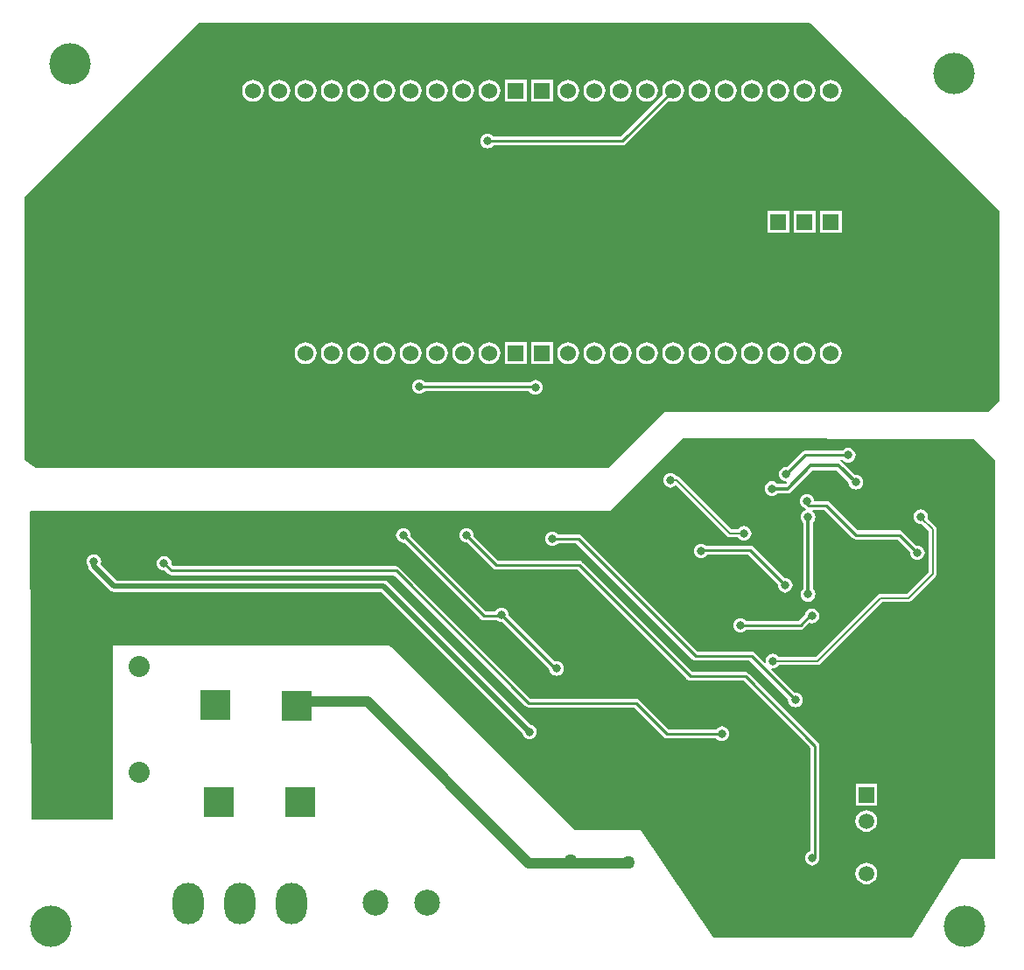
<source format=gbl>
G04*
G04 #@! TF.GenerationSoftware,Altium Limited,Altium Designer,18.0.12 (696)*
G04*
G04 Layer_Physical_Order=2*
G04 Layer_Color=16711680*
%FSLAX25Y25*%
%MOIN*%
G70*
G01*
G75*
%ADD11C,0.01000*%
%ADD46C,0.00600*%
%ADD47C,0.01181*%
%ADD48C,0.03937*%
%ADD49C,0.01968*%
%ADD50R,0.06000X0.06000*%
%ADD51C,0.06000*%
%ADD52R,0.11811X0.11811*%
%ADD53O,0.11811X0.15748*%
%ADD54C,0.09843*%
%ADD55C,0.08000*%
%ADD56C,0.05906*%
%ADD57R,0.05906X0.05906*%
%ADD58C,0.15748*%
%ADD59C,0.03150*%
%ADD60C,0.05000*%
G36*
X365200Y177400D02*
X365286Y156767D01*
Y105186D01*
X360900Y100800D01*
X237800D01*
X216400Y79400D01*
X-1700D01*
X-6100Y82400D01*
Y182800D01*
X60500Y249300D01*
X292800D01*
X365200Y177400D01*
D02*
G37*
G36*
X355400Y90700D02*
X363700Y82400D01*
Y-69500D01*
X350700D01*
X331900Y-99400D01*
X256400D01*
X228500Y-58500D01*
X203500D01*
X133012Y11988D01*
X27500D01*
X27500Y-49594D01*
X27500Y-54287D01*
X-3497D01*
X-3999Y62846D01*
X-3646Y63200D01*
X217400D01*
X244700Y90800D01*
X355400Y90700D01*
D02*
G37*
%LPC*%
G36*
X195181Y227481D02*
X186819D01*
Y219119D01*
X195181D01*
Y227481D01*
D02*
G37*
G36*
X185181D02*
X176819D01*
Y219119D01*
X185181D01*
Y227481D01*
D02*
G37*
G36*
X301000Y227517D02*
X299908Y227374D01*
X298891Y226952D01*
X298018Y226282D01*
X297348Y225409D01*
X296926Y224392D01*
X296783Y223300D01*
X296926Y222208D01*
X297348Y221191D01*
X298018Y220318D01*
X298891Y219648D01*
X299908Y219227D01*
X301000Y219083D01*
X302092Y219227D01*
X303109Y219648D01*
X303982Y220318D01*
X304652Y221191D01*
X305073Y222208D01*
X305217Y223300D01*
X305073Y224392D01*
X304652Y225409D01*
X303982Y226282D01*
X303109Y226952D01*
X302092Y227374D01*
X301000Y227517D01*
D02*
G37*
G36*
X291000D02*
X289909Y227374D01*
X288891Y226952D01*
X288018Y226282D01*
X287348Y225409D01*
X286927Y224392D01*
X286783Y223300D01*
X286927Y222208D01*
X287348Y221191D01*
X288018Y220318D01*
X288891Y219648D01*
X289909Y219227D01*
X291000Y219083D01*
X292091Y219227D01*
X293109Y219648D01*
X293982Y220318D01*
X294652Y221191D01*
X295074Y222208D01*
X295217Y223300D01*
X295074Y224392D01*
X294652Y225409D01*
X293982Y226282D01*
X293109Y226952D01*
X292091Y227374D01*
X291000Y227517D01*
D02*
G37*
G36*
X281000D02*
X279908Y227374D01*
X278891Y226952D01*
X278018Y226282D01*
X277348Y225409D01*
X276926Y224392D01*
X276783Y223300D01*
X276926Y222208D01*
X277348Y221191D01*
X278018Y220318D01*
X278891Y219648D01*
X279908Y219227D01*
X281000Y219083D01*
X282091Y219227D01*
X283109Y219648D01*
X283982Y220318D01*
X284652Y221191D01*
X285073Y222208D01*
X285217Y223300D01*
X285073Y224392D01*
X284652Y225409D01*
X283982Y226282D01*
X283109Y226952D01*
X282091Y227374D01*
X281000Y227517D01*
D02*
G37*
G36*
X271000D02*
X269908Y227374D01*
X268891Y226952D01*
X268018Y226282D01*
X267348Y225409D01*
X266927Y224392D01*
X266783Y223300D01*
X266927Y222208D01*
X267348Y221191D01*
X268018Y220318D01*
X268891Y219648D01*
X269908Y219227D01*
X271000Y219083D01*
X272092Y219227D01*
X273109Y219648D01*
X273982Y220318D01*
X274652Y221191D01*
X275074Y222208D01*
X275217Y223300D01*
X275074Y224392D01*
X274652Y225409D01*
X273982Y226282D01*
X273109Y226952D01*
X272092Y227374D01*
X271000Y227517D01*
D02*
G37*
G36*
X261000D02*
X259909Y227374D01*
X258891Y226952D01*
X258018Y226282D01*
X257348Y225409D01*
X256926Y224392D01*
X256783Y223300D01*
X256926Y222208D01*
X257348Y221191D01*
X258018Y220318D01*
X258891Y219648D01*
X259909Y219227D01*
X261000Y219083D01*
X262091Y219227D01*
X263109Y219648D01*
X263982Y220318D01*
X264652Y221191D01*
X265073Y222208D01*
X265217Y223300D01*
X265073Y224392D01*
X264652Y225409D01*
X263982Y226282D01*
X263109Y226952D01*
X262091Y227374D01*
X261000Y227517D01*
D02*
G37*
G36*
X251000D02*
X249908Y227374D01*
X248891Y226952D01*
X248018Y226282D01*
X247348Y225409D01*
X246926Y224392D01*
X246783Y223300D01*
X246926Y222208D01*
X247348Y221191D01*
X248018Y220318D01*
X248891Y219648D01*
X249908Y219227D01*
X251000Y219083D01*
X252092Y219227D01*
X253109Y219648D01*
X253982Y220318D01*
X254652Y221191D01*
X255073Y222208D01*
X255217Y223300D01*
X255073Y224392D01*
X254652Y225409D01*
X253982Y226282D01*
X253109Y226952D01*
X252092Y227374D01*
X251000Y227517D01*
D02*
G37*
G36*
X241000D02*
X239909Y227374D01*
X238891Y226952D01*
X238018Y226282D01*
X237348Y225409D01*
X236927Y224392D01*
X236783Y223300D01*
X236927Y222208D01*
X237061Y221885D01*
X220990Y205814D01*
X172459D01*
X172266Y206066D01*
X171690Y206507D01*
X171019Y206785D01*
X170300Y206880D01*
X169581Y206785D01*
X168910Y206507D01*
X168334Y206066D01*
X167893Y205490D01*
X167615Y204819D01*
X167520Y204100D01*
X167615Y203381D01*
X167893Y202710D01*
X168334Y202134D01*
X168910Y201693D01*
X169581Y201415D01*
X170300Y201320D01*
X171019Y201415D01*
X171690Y201693D01*
X172266Y202134D01*
X172459Y202386D01*
X221700D01*
X222356Y202516D01*
X222912Y202888D01*
X239443Y219419D01*
X239909Y219227D01*
X241000Y219083D01*
X242091Y219227D01*
X243109Y219648D01*
X243982Y220318D01*
X244652Y221191D01*
X245074Y222208D01*
X245217Y223300D01*
X245074Y224392D01*
X244652Y225409D01*
X243982Y226282D01*
X243109Y226952D01*
X242091Y227374D01*
X241000Y227517D01*
D02*
G37*
G36*
X231000D02*
X229908Y227374D01*
X228891Y226952D01*
X228018Y226282D01*
X227348Y225409D01*
X226926Y224392D01*
X226783Y223300D01*
X226926Y222208D01*
X227348Y221191D01*
X228018Y220318D01*
X228891Y219648D01*
X229908Y219227D01*
X231000Y219083D01*
X232091Y219227D01*
X233109Y219648D01*
X233982Y220318D01*
X234652Y221191D01*
X235073Y222208D01*
X235217Y223300D01*
X235073Y224392D01*
X234652Y225409D01*
X233982Y226282D01*
X233109Y226952D01*
X232091Y227374D01*
X231000Y227517D01*
D02*
G37*
G36*
X221000D02*
X219908Y227374D01*
X218891Y226952D01*
X218018Y226282D01*
X217348Y225409D01*
X216927Y224392D01*
X216783Y223300D01*
X216927Y222208D01*
X217348Y221191D01*
X218018Y220318D01*
X218891Y219648D01*
X219908Y219227D01*
X221000Y219083D01*
X222092Y219227D01*
X223109Y219648D01*
X223982Y220318D01*
X224652Y221191D01*
X225074Y222208D01*
X225217Y223300D01*
X225074Y224392D01*
X224652Y225409D01*
X223982Y226282D01*
X223109Y226952D01*
X222092Y227374D01*
X221000Y227517D01*
D02*
G37*
G36*
X211000D02*
X209909Y227374D01*
X208891Y226952D01*
X208018Y226282D01*
X207348Y225409D01*
X206926Y224392D01*
X206783Y223300D01*
X206926Y222208D01*
X207348Y221191D01*
X208018Y220318D01*
X208891Y219648D01*
X209909Y219227D01*
X211000Y219083D01*
X212091Y219227D01*
X213109Y219648D01*
X213982Y220318D01*
X214652Y221191D01*
X215073Y222208D01*
X215217Y223300D01*
X215073Y224392D01*
X214652Y225409D01*
X213982Y226282D01*
X213109Y226952D01*
X212091Y227374D01*
X211000Y227517D01*
D02*
G37*
G36*
X201000D02*
X199908Y227374D01*
X198891Y226952D01*
X198018Y226282D01*
X197348Y225409D01*
X196926Y224392D01*
X196783Y223300D01*
X196926Y222208D01*
X197348Y221191D01*
X198018Y220318D01*
X198891Y219648D01*
X199908Y219227D01*
X201000Y219083D01*
X202092Y219227D01*
X203109Y219648D01*
X203982Y220318D01*
X204652Y221191D01*
X205073Y222208D01*
X205217Y223300D01*
X205073Y224392D01*
X204652Y225409D01*
X203982Y226282D01*
X203109Y226952D01*
X202092Y227374D01*
X201000Y227517D01*
D02*
G37*
G36*
X171000D02*
X169908Y227374D01*
X168891Y226952D01*
X168018Y226282D01*
X167348Y225409D01*
X166927Y224392D01*
X166783Y223300D01*
X166927Y222208D01*
X167348Y221191D01*
X168018Y220318D01*
X168891Y219648D01*
X169908Y219227D01*
X171000Y219083D01*
X172091Y219227D01*
X173109Y219648D01*
X173982Y220318D01*
X174652Y221191D01*
X175074Y222208D01*
X175217Y223300D01*
X175074Y224392D01*
X174652Y225409D01*
X173982Y226282D01*
X173109Y226952D01*
X172091Y227374D01*
X171000Y227517D01*
D02*
G37*
G36*
X161000D02*
X159908Y227374D01*
X158891Y226952D01*
X158018Y226282D01*
X157348Y225409D01*
X156927Y224392D01*
X156783Y223300D01*
X156927Y222208D01*
X157348Y221191D01*
X158018Y220318D01*
X158891Y219648D01*
X159908Y219227D01*
X161000Y219083D01*
X162092Y219227D01*
X163109Y219648D01*
X163982Y220318D01*
X164652Y221191D01*
X165074Y222208D01*
X165217Y223300D01*
X165074Y224392D01*
X164652Y225409D01*
X163982Y226282D01*
X163109Y226952D01*
X162092Y227374D01*
X161000Y227517D01*
D02*
G37*
G36*
X151000D02*
X149908Y227374D01*
X148891Y226952D01*
X148018Y226282D01*
X147348Y225409D01*
X146926Y224392D01*
X146783Y223300D01*
X146926Y222208D01*
X147348Y221191D01*
X148018Y220318D01*
X148891Y219648D01*
X149908Y219227D01*
X151000Y219083D01*
X152092Y219227D01*
X153109Y219648D01*
X153982Y220318D01*
X154652Y221191D01*
X155073Y222208D01*
X155217Y223300D01*
X155073Y224392D01*
X154652Y225409D01*
X153982Y226282D01*
X153109Y226952D01*
X152092Y227374D01*
X151000Y227517D01*
D02*
G37*
G36*
X141000D02*
X139909Y227374D01*
X138891Y226952D01*
X138018Y226282D01*
X137348Y225409D01*
X136926Y224392D01*
X136783Y223300D01*
X136926Y222208D01*
X137348Y221191D01*
X138018Y220318D01*
X138891Y219648D01*
X139909Y219227D01*
X141000Y219083D01*
X142092Y219227D01*
X143109Y219648D01*
X143982Y220318D01*
X144652Y221191D01*
X145073Y222208D01*
X145217Y223300D01*
X145073Y224392D01*
X144652Y225409D01*
X143982Y226282D01*
X143109Y226952D01*
X142092Y227374D01*
X141000Y227517D01*
D02*
G37*
G36*
X131000D02*
X129909Y227374D01*
X128891Y226952D01*
X128018Y226282D01*
X127348Y225409D01*
X126927Y224392D01*
X126783Y223300D01*
X126927Y222208D01*
X127348Y221191D01*
X128018Y220318D01*
X128891Y219648D01*
X129909Y219227D01*
X131000Y219083D01*
X132091Y219227D01*
X133109Y219648D01*
X133982Y220318D01*
X134652Y221191D01*
X135073Y222208D01*
X135217Y223300D01*
X135073Y224392D01*
X134652Y225409D01*
X133982Y226282D01*
X133109Y226952D01*
X132091Y227374D01*
X131000Y227517D01*
D02*
G37*
G36*
X121000D02*
X119908Y227374D01*
X118891Y226952D01*
X118018Y226282D01*
X117348Y225409D01*
X116927Y224392D01*
X116783Y223300D01*
X116927Y222208D01*
X117348Y221191D01*
X118018Y220318D01*
X118891Y219648D01*
X119908Y219227D01*
X121000Y219083D01*
X122091Y219227D01*
X123109Y219648D01*
X123982Y220318D01*
X124652Y221191D01*
X125074Y222208D01*
X125217Y223300D01*
X125074Y224392D01*
X124652Y225409D01*
X123982Y226282D01*
X123109Y226952D01*
X122091Y227374D01*
X121000Y227517D01*
D02*
G37*
G36*
X111000D02*
X109908Y227374D01*
X108891Y226952D01*
X108018Y226282D01*
X107348Y225409D01*
X106927Y224392D01*
X106783Y223300D01*
X106927Y222208D01*
X107348Y221191D01*
X108018Y220318D01*
X108891Y219648D01*
X109908Y219227D01*
X111000Y219083D01*
X112092Y219227D01*
X113109Y219648D01*
X113982Y220318D01*
X114652Y221191D01*
X115074Y222208D01*
X115217Y223300D01*
X115074Y224392D01*
X114652Y225409D01*
X113982Y226282D01*
X113109Y226952D01*
X112092Y227374D01*
X111000Y227517D01*
D02*
G37*
G36*
X101000D02*
X99909Y227374D01*
X98891Y226952D01*
X98018Y226282D01*
X97348Y225409D01*
X96926Y224392D01*
X96783Y223300D01*
X96926Y222208D01*
X97348Y221191D01*
X98018Y220318D01*
X98891Y219648D01*
X99909Y219227D01*
X101000Y219083D01*
X102092Y219227D01*
X103109Y219648D01*
X103982Y220318D01*
X104652Y221191D01*
X105073Y222208D01*
X105217Y223300D01*
X105073Y224392D01*
X104652Y225409D01*
X103982Y226282D01*
X103109Y226952D01*
X102092Y227374D01*
X101000Y227517D01*
D02*
G37*
G36*
X91000D02*
X89908Y227374D01*
X88891Y226952D01*
X88018Y226282D01*
X87348Y225409D01*
X86927Y224392D01*
X86783Y223300D01*
X86927Y222208D01*
X87348Y221191D01*
X88018Y220318D01*
X88891Y219648D01*
X89908Y219227D01*
X91000Y219083D01*
X92092Y219227D01*
X93109Y219648D01*
X93982Y220318D01*
X94652Y221191D01*
X95073Y222208D01*
X95217Y223300D01*
X95073Y224392D01*
X94652Y225409D01*
X93982Y226282D01*
X93109Y226952D01*
X92092Y227374D01*
X91000Y227517D01*
D02*
G37*
G36*
X81000D02*
X79909Y227374D01*
X78891Y226952D01*
X78018Y226282D01*
X77348Y225409D01*
X76926Y224392D01*
X76783Y223300D01*
X76926Y222208D01*
X77348Y221191D01*
X78018Y220318D01*
X78891Y219648D01*
X79909Y219227D01*
X81000Y219083D01*
X82091Y219227D01*
X83109Y219648D01*
X83982Y220318D01*
X84652Y221191D01*
X85074Y222208D01*
X85217Y223300D01*
X85074Y224392D01*
X84652Y225409D01*
X83982Y226282D01*
X83109Y226952D01*
X82091Y227374D01*
X81000Y227517D01*
D02*
G37*
G36*
X305181Y177481D02*
X296819D01*
Y169119D01*
X305181D01*
Y177481D01*
D02*
G37*
G36*
X295181D02*
X286819D01*
Y169119D01*
X295181D01*
Y177481D01*
D02*
G37*
G36*
X285181D02*
X276819D01*
Y169119D01*
X285181D01*
Y177481D01*
D02*
G37*
G36*
X195181Y127481D02*
X186819D01*
Y119119D01*
X195181D01*
Y127481D01*
D02*
G37*
G36*
X185181D02*
X176819D01*
Y119119D01*
X185181D01*
Y127481D01*
D02*
G37*
G36*
X301000Y127517D02*
X299908Y127374D01*
X298891Y126952D01*
X298018Y126282D01*
X297348Y125409D01*
X296926Y124391D01*
X296783Y123300D01*
X296926Y122208D01*
X297348Y121191D01*
X298018Y120318D01*
X298891Y119648D01*
X299908Y119227D01*
X301000Y119083D01*
X302092Y119227D01*
X303109Y119648D01*
X303982Y120318D01*
X304652Y121191D01*
X305073Y122208D01*
X305217Y123300D01*
X305073Y124391D01*
X304652Y125409D01*
X303982Y126282D01*
X303109Y126952D01*
X302092Y127374D01*
X301000Y127517D01*
D02*
G37*
G36*
X291000D02*
X289909Y127374D01*
X288891Y126952D01*
X288018Y126282D01*
X287348Y125409D01*
X286927Y124391D01*
X286783Y123300D01*
X286927Y122208D01*
X287348Y121191D01*
X288018Y120318D01*
X288891Y119648D01*
X289909Y119227D01*
X291000Y119083D01*
X292091Y119227D01*
X293109Y119648D01*
X293982Y120318D01*
X294652Y121191D01*
X295074Y122208D01*
X295217Y123300D01*
X295074Y124391D01*
X294652Y125409D01*
X293982Y126282D01*
X293109Y126952D01*
X292091Y127374D01*
X291000Y127517D01*
D02*
G37*
G36*
X281000D02*
X279908Y127374D01*
X278891Y126952D01*
X278018Y126282D01*
X277348Y125409D01*
X276926Y124391D01*
X276783Y123300D01*
X276926Y122208D01*
X277348Y121191D01*
X278018Y120318D01*
X278891Y119648D01*
X279908Y119227D01*
X281000Y119083D01*
X282091Y119227D01*
X283109Y119648D01*
X283982Y120318D01*
X284652Y121191D01*
X285073Y122208D01*
X285217Y123300D01*
X285073Y124391D01*
X284652Y125409D01*
X283982Y126282D01*
X283109Y126952D01*
X282091Y127374D01*
X281000Y127517D01*
D02*
G37*
G36*
X271000D02*
X269908Y127374D01*
X268891Y126952D01*
X268018Y126282D01*
X267348Y125409D01*
X266927Y124391D01*
X266783Y123300D01*
X266927Y122208D01*
X267348Y121191D01*
X268018Y120318D01*
X268891Y119648D01*
X269908Y119227D01*
X271000Y119083D01*
X272092Y119227D01*
X273109Y119648D01*
X273982Y120318D01*
X274652Y121191D01*
X275074Y122208D01*
X275217Y123300D01*
X275074Y124391D01*
X274652Y125409D01*
X273982Y126282D01*
X273109Y126952D01*
X272092Y127374D01*
X271000Y127517D01*
D02*
G37*
G36*
X261000D02*
X259909Y127374D01*
X258891Y126952D01*
X258018Y126282D01*
X257348Y125409D01*
X256926Y124391D01*
X256783Y123300D01*
X256926Y122208D01*
X257348Y121191D01*
X258018Y120318D01*
X258891Y119648D01*
X259909Y119227D01*
X261000Y119083D01*
X262091Y119227D01*
X263109Y119648D01*
X263982Y120318D01*
X264652Y121191D01*
X265073Y122208D01*
X265217Y123300D01*
X265073Y124391D01*
X264652Y125409D01*
X263982Y126282D01*
X263109Y126952D01*
X262091Y127374D01*
X261000Y127517D01*
D02*
G37*
G36*
X251000D02*
X249908Y127374D01*
X248891Y126952D01*
X248018Y126282D01*
X247348Y125409D01*
X246926Y124391D01*
X246783Y123300D01*
X246926Y122208D01*
X247348Y121191D01*
X248018Y120318D01*
X248891Y119648D01*
X249908Y119227D01*
X251000Y119083D01*
X252092Y119227D01*
X253109Y119648D01*
X253982Y120318D01*
X254652Y121191D01*
X255073Y122208D01*
X255217Y123300D01*
X255073Y124391D01*
X254652Y125409D01*
X253982Y126282D01*
X253109Y126952D01*
X252092Y127374D01*
X251000Y127517D01*
D02*
G37*
G36*
X241000D02*
X239909Y127374D01*
X238891Y126952D01*
X238018Y126282D01*
X237348Y125409D01*
X236927Y124391D01*
X236783Y123300D01*
X236927Y122208D01*
X237348Y121191D01*
X238018Y120318D01*
X238891Y119648D01*
X239909Y119227D01*
X241000Y119083D01*
X242091Y119227D01*
X243109Y119648D01*
X243982Y120318D01*
X244652Y121191D01*
X245074Y122208D01*
X245217Y123300D01*
X245074Y124391D01*
X244652Y125409D01*
X243982Y126282D01*
X243109Y126952D01*
X242091Y127374D01*
X241000Y127517D01*
D02*
G37*
G36*
X231000D02*
X229908Y127374D01*
X228891Y126952D01*
X228018Y126282D01*
X227348Y125409D01*
X226926Y124391D01*
X226783Y123300D01*
X226926Y122208D01*
X227348Y121191D01*
X228018Y120318D01*
X228891Y119648D01*
X229908Y119227D01*
X231000Y119083D01*
X232091Y119227D01*
X233109Y119648D01*
X233982Y120318D01*
X234652Y121191D01*
X235073Y122208D01*
X235217Y123300D01*
X235073Y124391D01*
X234652Y125409D01*
X233982Y126282D01*
X233109Y126952D01*
X232091Y127374D01*
X231000Y127517D01*
D02*
G37*
G36*
X221000D02*
X219908Y127374D01*
X218891Y126952D01*
X218018Y126282D01*
X217348Y125409D01*
X216927Y124391D01*
X216783Y123300D01*
X216927Y122208D01*
X217348Y121191D01*
X218018Y120318D01*
X218891Y119648D01*
X219908Y119227D01*
X221000Y119083D01*
X222092Y119227D01*
X223109Y119648D01*
X223982Y120318D01*
X224652Y121191D01*
X225074Y122208D01*
X225217Y123300D01*
X225074Y124391D01*
X224652Y125409D01*
X223982Y126282D01*
X223109Y126952D01*
X222092Y127374D01*
X221000Y127517D01*
D02*
G37*
G36*
X211000D02*
X209909Y127374D01*
X208891Y126952D01*
X208018Y126282D01*
X207348Y125409D01*
X206926Y124391D01*
X206783Y123300D01*
X206926Y122208D01*
X207348Y121191D01*
X208018Y120318D01*
X208891Y119648D01*
X209909Y119227D01*
X211000Y119083D01*
X212091Y119227D01*
X213109Y119648D01*
X213982Y120318D01*
X214652Y121191D01*
X215073Y122208D01*
X215217Y123300D01*
X215073Y124391D01*
X214652Y125409D01*
X213982Y126282D01*
X213109Y126952D01*
X212091Y127374D01*
X211000Y127517D01*
D02*
G37*
G36*
X201000D02*
X199908Y127374D01*
X198891Y126952D01*
X198018Y126282D01*
X197348Y125409D01*
X196926Y124391D01*
X196783Y123300D01*
X196926Y122208D01*
X197348Y121191D01*
X198018Y120318D01*
X198891Y119648D01*
X199908Y119227D01*
X201000Y119083D01*
X202092Y119227D01*
X203109Y119648D01*
X203982Y120318D01*
X204652Y121191D01*
X205073Y122208D01*
X205217Y123300D01*
X205073Y124391D01*
X204652Y125409D01*
X203982Y126282D01*
X203109Y126952D01*
X202092Y127374D01*
X201000Y127517D01*
D02*
G37*
G36*
X171000D02*
X169908Y127374D01*
X168891Y126952D01*
X168018Y126282D01*
X167348Y125409D01*
X166927Y124391D01*
X166783Y123300D01*
X166927Y122208D01*
X167348Y121191D01*
X168018Y120318D01*
X168891Y119648D01*
X169908Y119227D01*
X171000Y119083D01*
X172091Y119227D01*
X173109Y119648D01*
X173982Y120318D01*
X174652Y121191D01*
X175074Y122208D01*
X175217Y123300D01*
X175074Y124391D01*
X174652Y125409D01*
X173982Y126282D01*
X173109Y126952D01*
X172091Y127374D01*
X171000Y127517D01*
D02*
G37*
G36*
X161000D02*
X159908Y127374D01*
X158891Y126952D01*
X158018Y126282D01*
X157348Y125409D01*
X156927Y124391D01*
X156783Y123300D01*
X156927Y122208D01*
X157348Y121191D01*
X158018Y120318D01*
X158891Y119648D01*
X159908Y119227D01*
X161000Y119083D01*
X162092Y119227D01*
X163109Y119648D01*
X163982Y120318D01*
X164652Y121191D01*
X165074Y122208D01*
X165217Y123300D01*
X165074Y124391D01*
X164652Y125409D01*
X163982Y126282D01*
X163109Y126952D01*
X162092Y127374D01*
X161000Y127517D01*
D02*
G37*
G36*
X151000D02*
X149908Y127374D01*
X148891Y126952D01*
X148018Y126282D01*
X147348Y125409D01*
X146926Y124391D01*
X146783Y123300D01*
X146926Y122208D01*
X147348Y121191D01*
X148018Y120318D01*
X148891Y119648D01*
X149908Y119227D01*
X151000Y119083D01*
X152092Y119227D01*
X153109Y119648D01*
X153982Y120318D01*
X154652Y121191D01*
X155073Y122208D01*
X155217Y123300D01*
X155073Y124391D01*
X154652Y125409D01*
X153982Y126282D01*
X153109Y126952D01*
X152092Y127374D01*
X151000Y127517D01*
D02*
G37*
G36*
X141000D02*
X139909Y127374D01*
X138891Y126952D01*
X138018Y126282D01*
X137348Y125409D01*
X136926Y124391D01*
X136783Y123300D01*
X136926Y122208D01*
X137348Y121191D01*
X138018Y120318D01*
X138891Y119648D01*
X139909Y119227D01*
X141000Y119083D01*
X142092Y119227D01*
X143109Y119648D01*
X143982Y120318D01*
X144652Y121191D01*
X145073Y122208D01*
X145217Y123300D01*
X145073Y124391D01*
X144652Y125409D01*
X143982Y126282D01*
X143109Y126952D01*
X142092Y127374D01*
X141000Y127517D01*
D02*
G37*
G36*
X131000D02*
X129909Y127374D01*
X128891Y126952D01*
X128018Y126282D01*
X127348Y125409D01*
X126927Y124391D01*
X126783Y123300D01*
X126927Y122208D01*
X127348Y121191D01*
X128018Y120318D01*
X128891Y119648D01*
X129909Y119227D01*
X131000Y119083D01*
X132091Y119227D01*
X133109Y119648D01*
X133982Y120318D01*
X134652Y121191D01*
X135073Y122208D01*
X135217Y123300D01*
X135073Y124391D01*
X134652Y125409D01*
X133982Y126282D01*
X133109Y126952D01*
X132091Y127374D01*
X131000Y127517D01*
D02*
G37*
G36*
X121000D02*
X119908Y127374D01*
X118891Y126952D01*
X118018Y126282D01*
X117348Y125409D01*
X116927Y124391D01*
X116783Y123300D01*
X116927Y122208D01*
X117348Y121191D01*
X118018Y120318D01*
X118891Y119648D01*
X119908Y119227D01*
X121000Y119083D01*
X122091Y119227D01*
X123109Y119648D01*
X123982Y120318D01*
X124652Y121191D01*
X125074Y122208D01*
X125217Y123300D01*
X125074Y124391D01*
X124652Y125409D01*
X123982Y126282D01*
X123109Y126952D01*
X122091Y127374D01*
X121000Y127517D01*
D02*
G37*
G36*
X111000D02*
X109908Y127374D01*
X108891Y126952D01*
X108018Y126282D01*
X107348Y125409D01*
X106927Y124391D01*
X106783Y123300D01*
X106927Y122208D01*
X107348Y121191D01*
X108018Y120318D01*
X108891Y119648D01*
X109908Y119227D01*
X111000Y119083D01*
X112092Y119227D01*
X113109Y119648D01*
X113982Y120318D01*
X114652Y121191D01*
X115074Y122208D01*
X115217Y123300D01*
X115074Y124391D01*
X114652Y125409D01*
X113982Y126282D01*
X113109Y126952D01*
X112092Y127374D01*
X111000Y127517D01*
D02*
G37*
G36*
X101000D02*
X99909Y127374D01*
X98891Y126952D01*
X98018Y126282D01*
X97348Y125409D01*
X96926Y124391D01*
X96783Y123300D01*
X96926Y122208D01*
X97348Y121191D01*
X98018Y120318D01*
X98891Y119648D01*
X99909Y119227D01*
X101000Y119083D01*
X102092Y119227D01*
X103109Y119648D01*
X103982Y120318D01*
X104652Y121191D01*
X105073Y122208D01*
X105217Y123300D01*
X105073Y124391D01*
X104652Y125409D01*
X103982Y126282D01*
X103109Y126952D01*
X102092Y127374D01*
X101000Y127517D01*
D02*
G37*
G36*
X144300Y113380D02*
X143581Y113285D01*
X142910Y113007D01*
X142334Y112566D01*
X141893Y111990D01*
X141615Y111319D01*
X141520Y110600D01*
X141615Y109881D01*
X141893Y109210D01*
X142334Y108634D01*
X142910Y108193D01*
X143581Y107915D01*
X144300Y107820D01*
X145019Y107915D01*
X145690Y108193D01*
X146265Y108634D01*
X146458Y108886D01*
X186111D01*
X186535Y108335D01*
X187110Y107893D01*
X187781Y107615D01*
X188500Y107520D01*
X189219Y107615D01*
X189890Y107893D01*
X190465Y108335D01*
X190907Y108910D01*
X191185Y109581D01*
X191280Y110300D01*
X191185Y111019D01*
X190907Y111690D01*
X190465Y112266D01*
X189890Y112707D01*
X189219Y112985D01*
X188500Y113080D01*
X187781Y112985D01*
X187110Y112707D01*
X186598Y112314D01*
X146458D01*
X146265Y112566D01*
X145690Y113007D01*
X145019Y113285D01*
X144300Y113380D01*
D02*
G37*
G36*
X307700Y87180D02*
X306981Y87085D01*
X306310Y86807D01*
X305734Y86365D01*
X305541Y86114D01*
X291300D01*
X290644Y85984D01*
X290088Y85612D01*
X284414Y79938D01*
X284100Y79980D01*
X283381Y79885D01*
X282710Y79607D01*
X282135Y79166D01*
X281693Y78590D01*
X281415Y77919D01*
X281320Y77200D01*
X281415Y76481D01*
X281693Y75810D01*
X282135Y75235D01*
X282710Y74793D01*
X283381Y74515D01*
X284063Y74425D01*
X284140Y74316D01*
X284286Y73940D01*
X283852Y73506D01*
X280788D01*
X280665Y73665D01*
X280090Y74107D01*
X279419Y74385D01*
X278700Y74480D01*
X277981Y74385D01*
X277310Y74107D01*
X276734Y73665D01*
X276293Y73090D01*
X276015Y72419D01*
X275920Y71700D01*
X276015Y70981D01*
X276293Y70310D01*
X276734Y69735D01*
X277310Y69293D01*
X277981Y69015D01*
X278700Y68920D01*
X279419Y69015D01*
X280090Y69293D01*
X280665Y69735D01*
X280788Y69894D01*
X284600D01*
X285291Y70031D01*
X285877Y70423D01*
X294148Y78694D01*
X303352D01*
X307747Y74299D01*
X307720Y74100D01*
X307815Y73381D01*
X308093Y72710D01*
X308535Y72135D01*
X309110Y71693D01*
X309781Y71415D01*
X310500Y71320D01*
X311219Y71415D01*
X311890Y71693D01*
X312466Y72135D01*
X312907Y72710D01*
X313185Y73381D01*
X313280Y74100D01*
X313185Y74819D01*
X312907Y75490D01*
X312466Y76065D01*
X311890Y76507D01*
X311219Y76785D01*
X310500Y76880D01*
X310301Y76854D01*
X305377Y81777D01*
X304791Y82169D01*
X304705Y82186D01*
X304754Y82686D01*
X305541D01*
X305734Y82434D01*
X306310Y81993D01*
X306981Y81715D01*
X307700Y81620D01*
X308419Y81715D01*
X309090Y81993D01*
X309665Y82434D01*
X310107Y83010D01*
X310385Y83681D01*
X310480Y84400D01*
X310385Y85119D01*
X310107Y85790D01*
X309665Y86365D01*
X309090Y86807D01*
X308419Y87085D01*
X307700Y87180D01*
D02*
G37*
G36*
X240000Y77580D02*
X239281Y77485D01*
X238610Y77207D01*
X238035Y76766D01*
X237593Y76190D01*
X237315Y75519D01*
X237220Y74800D01*
X237315Y74081D01*
X237593Y73410D01*
X238035Y72834D01*
X238610Y72393D01*
X239281Y72115D01*
X240000Y72020D01*
X240719Y72115D01*
X241390Y72393D01*
X241966Y72834D01*
X242307Y72857D01*
X261584Y53580D01*
X261584Y53580D01*
X262074Y53253D01*
X262652Y53137D01*
X262652Y53138D01*
X265691D01*
X266040Y52682D01*
X266616Y52240D01*
X267286Y51963D01*
X268006Y51868D01*
X268725Y51963D01*
X269396Y52240D01*
X269971Y52682D01*
X270413Y53258D01*
X270691Y53928D01*
X270786Y54648D01*
X270691Y55367D01*
X270413Y56037D01*
X269971Y56613D01*
X269396Y57055D01*
X268725Y57333D01*
X268006Y57427D01*
X267286Y57333D01*
X266616Y57055D01*
X266040Y56613D01*
X265691Y56158D01*
X263278D01*
X243468Y75968D01*
X242978Y76295D01*
X242400Y76410D01*
X242400Y76410D01*
X242238D01*
X241966Y76766D01*
X241390Y77207D01*
X240719Y77485D01*
X240000Y77580D01*
D02*
G37*
G36*
X291900Y69580D02*
X291181Y69485D01*
X290510Y69207D01*
X289934Y68765D01*
X289493Y68190D01*
X289215Y67519D01*
X289120Y66800D01*
X289215Y66081D01*
X289493Y65410D01*
X289934Y64834D01*
X290510Y64393D01*
X291181Y64115D01*
X291273Y64103D01*
X291288Y64088D01*
X291499Y63947D01*
X291440Y63385D01*
X291010Y63207D01*
X290435Y62766D01*
X289993Y62190D01*
X289715Y61519D01*
X289620Y60800D01*
X289715Y60081D01*
X289993Y59410D01*
X290435Y58834D01*
X290594Y58712D01*
Y33488D01*
X290435Y33365D01*
X289993Y32790D01*
X289715Y32119D01*
X289620Y31400D01*
X289715Y30681D01*
X289993Y30010D01*
X290435Y29434D01*
X291010Y28993D01*
X291681Y28715D01*
X292400Y28620D01*
X293119Y28715D01*
X293790Y28993D01*
X294366Y29434D01*
X294807Y30010D01*
X295085Y30681D01*
X295180Y31400D01*
X295085Y32119D01*
X294807Y32790D01*
X294366Y33365D01*
X294206Y33488D01*
Y58712D01*
X294366Y58834D01*
X294807Y59410D01*
X295085Y60081D01*
X295180Y60800D01*
X295085Y61519D01*
X294807Y62190D01*
X294366Y62766D01*
X293948Y63086D01*
X294118Y63586D01*
X298690D01*
X309444Y52832D01*
X310000Y52460D01*
X310656Y52330D01*
X326446D01*
X331262Y47514D01*
X331220Y47200D01*
X331315Y46481D01*
X331593Y45810D01*
X332034Y45235D01*
X332610Y44793D01*
X333281Y44515D01*
X334000Y44420D01*
X334719Y44515D01*
X335390Y44793D01*
X335965Y45235D01*
X336407Y45810D01*
X336685Y46481D01*
X336780Y47200D01*
X336685Y47919D01*
X336407Y48590D01*
X335965Y49165D01*
X335390Y49607D01*
X334719Y49885D01*
X334000Y49980D01*
X333686Y49938D01*
X328368Y55256D01*
X327812Y55628D01*
X327156Y55758D01*
X311366D01*
X300612Y66512D01*
X300056Y66884D01*
X299400Y67014D01*
X294652D01*
X294585Y67519D01*
X294307Y68190D01*
X293865Y68765D01*
X293290Y69207D01*
X292619Y69485D01*
X291900Y69580D01*
D02*
G37*
G36*
X251629Y50709D02*
X250910Y50614D01*
X250240Y50337D01*
X249664Y49895D01*
X249222Y49319D01*
X248944Y48649D01*
X248850Y47929D01*
X248944Y47210D01*
X249222Y46540D01*
X249664Y45964D01*
X250240Y45522D01*
X250910Y45245D01*
X251629Y45150D01*
X252349Y45245D01*
X253019Y45522D01*
X253595Y45964D01*
X253996Y46486D01*
X269590D01*
X280962Y35114D01*
X280920Y34800D01*
X281015Y34081D01*
X281293Y33410D01*
X281734Y32835D01*
X282310Y32393D01*
X282981Y32115D01*
X283700Y32020D01*
X284419Y32115D01*
X285090Y32393D01*
X285665Y32835D01*
X286107Y33410D01*
X286385Y34081D01*
X286480Y34800D01*
X286385Y35519D01*
X286107Y36190D01*
X285665Y36766D01*
X285090Y37207D01*
X284419Y37485D01*
X283700Y37580D01*
X283386Y37538D01*
X271512Y49412D01*
X270956Y49784D01*
X270300Y49914D01*
X253570D01*
X253019Y50337D01*
X252349Y50614D01*
X251629Y50709D01*
D02*
G37*
G36*
X335300Y63780D02*
X334581Y63685D01*
X333910Y63407D01*
X333334Y62966D01*
X332893Y62390D01*
X332615Y61719D01*
X332520Y61000D01*
X332615Y60281D01*
X332893Y59610D01*
X333334Y59035D01*
X333910Y58593D01*
X334581Y58315D01*
X335300Y58220D01*
X335692Y58272D01*
X338290Y55674D01*
Y39926D01*
X329874Y31510D01*
X320000D01*
X320000Y31510D01*
X319422Y31395D01*
X318932Y31068D01*
X318932Y31068D01*
X295374Y7510D01*
X281315D01*
X280965Y7965D01*
X280390Y8407D01*
X279719Y8685D01*
X279000Y8780D01*
X278281Y8685D01*
X277610Y8407D01*
X277034Y7965D01*
X276593Y7390D01*
X276315Y6719D01*
X276220Y6000D01*
X276279Y5552D01*
X275806Y5318D01*
X272012Y9112D01*
X271456Y9484D01*
X270800Y9614D01*
X250210D01*
X206012Y53812D01*
X205456Y54184D01*
X204800Y54314D01*
X197159D01*
X196966Y54566D01*
X196390Y55007D01*
X195719Y55285D01*
X195000Y55380D01*
X194281Y55285D01*
X193610Y55007D01*
X193035Y54566D01*
X192593Y53990D01*
X192315Y53319D01*
X192220Y52600D01*
X192315Y51881D01*
X192593Y51210D01*
X193035Y50634D01*
X193610Y50193D01*
X194281Y49915D01*
X195000Y49820D01*
X195719Y49915D01*
X196390Y50193D01*
X196966Y50634D01*
X197159Y50886D01*
X204090D01*
X248288Y6688D01*
X248844Y6316D01*
X249500Y6186D01*
X270090D01*
X284773Y-8497D01*
X284720Y-8900D01*
X284815Y-9619D01*
X285093Y-10290D01*
X285535Y-10865D01*
X286110Y-11307D01*
X286781Y-11585D01*
X287500Y-11680D01*
X288219Y-11585D01*
X288890Y-11307D01*
X289465Y-10865D01*
X289907Y-10290D01*
X290185Y-9619D01*
X290280Y-8900D01*
X290185Y-8181D01*
X289907Y-7510D01*
X289465Y-6934D01*
X288890Y-6493D01*
X288219Y-6215D01*
X287500Y-6120D01*
X287274Y-6150D01*
X278318Y2806D01*
X278552Y3279D01*
X279000Y3220D01*
X279719Y3315D01*
X280390Y3593D01*
X280965Y4034D01*
X281315Y4490D01*
X296000D01*
X296000Y4490D01*
X296578Y4605D01*
X297068Y4932D01*
X320625Y28490D01*
X330500D01*
X330500Y28490D01*
X331078Y28605D01*
X331568Y28932D01*
X340868Y38232D01*
X340868Y38232D01*
X341195Y38722D01*
X341310Y39300D01*
X341310Y39300D01*
Y56300D01*
X341195Y56878D01*
X340868Y57368D01*
X340868Y57368D01*
X337976Y60259D01*
X337985Y60281D01*
X338080Y61000D01*
X337985Y61719D01*
X337707Y62390D01*
X337265Y62966D01*
X336690Y63407D01*
X336019Y63685D01*
X335300Y63780D01*
D02*
G37*
G36*
X293800Y25880D02*
X293081Y25785D01*
X292410Y25507D01*
X291834Y25065D01*
X291393Y24490D01*
X291115Y23819D01*
X291088Y23612D01*
X288790Y21314D01*
X268759D01*
X268566Y21565D01*
X267990Y22007D01*
X267319Y22285D01*
X266600Y22380D01*
X265881Y22285D01*
X265210Y22007D01*
X264634Y21565D01*
X264193Y20990D01*
X263915Y20319D01*
X263820Y19600D01*
X263915Y18881D01*
X264193Y18210D01*
X264634Y17635D01*
X265210Y17193D01*
X265881Y16915D01*
X266600Y16820D01*
X267319Y16915D01*
X267990Y17193D01*
X268566Y17635D01*
X268759Y17886D01*
X289500D01*
X290156Y18016D01*
X290712Y18388D01*
X292839Y20515D01*
X293081Y20415D01*
X293800Y20320D01*
X294519Y20415D01*
X295190Y20693D01*
X295765Y21135D01*
X296207Y21710D01*
X296485Y22381D01*
X296580Y23100D01*
X296485Y23819D01*
X296207Y24490D01*
X295765Y25065D01*
X295190Y25507D01*
X294519Y25785D01*
X293800Y25880D01*
D02*
G37*
G36*
X138200Y56580D02*
X137481Y56485D01*
X136810Y56207D01*
X136234Y55765D01*
X135793Y55190D01*
X135515Y54519D01*
X135420Y53800D01*
X135515Y53081D01*
X135793Y52410D01*
X136234Y51834D01*
X136810Y51393D01*
X137481Y51115D01*
X138200Y51020D01*
X138514Y51062D01*
X167588Y21988D01*
X168144Y21616D01*
X168800Y21486D01*
X173828D01*
X174210Y21193D01*
X174881Y20915D01*
X175600Y20820D01*
X175914Y20862D01*
X193727Y3049D01*
X193815Y2381D01*
X194093Y1710D01*
X194535Y1135D01*
X195110Y693D01*
X195781Y415D01*
X196500Y320D01*
X197219Y415D01*
X197890Y693D01*
X198466Y1135D01*
X198907Y1710D01*
X199185Y2381D01*
X199280Y3100D01*
X199185Y3819D01*
X198907Y4490D01*
X198466Y5065D01*
X197890Y5507D01*
X197219Y5785D01*
X196500Y5880D01*
X195832Y5792D01*
X178338Y23286D01*
X178380Y23600D01*
X178285Y24319D01*
X178007Y24990D01*
X177566Y25565D01*
X176990Y26007D01*
X176319Y26285D01*
X175600Y26380D01*
X174881Y26285D01*
X174210Y26007D01*
X173635Y25565D01*
X173193Y24990D01*
X173161Y24914D01*
X169510D01*
X140938Y53486D01*
X140980Y53800D01*
X140885Y54519D01*
X140607Y55190D01*
X140165Y55765D01*
X139590Y56207D01*
X138919Y56485D01*
X138200Y56580D01*
D02*
G37*
G36*
X20400Y46680D02*
X19681Y46585D01*
X19010Y46307D01*
X18435Y45865D01*
X17993Y45290D01*
X17715Y44619D01*
X17620Y43900D01*
X17715Y43181D01*
X17993Y42510D01*
X18192Y42250D01*
Y42100D01*
X18360Y41255D01*
X18839Y40539D01*
X26439Y32939D01*
X27155Y32460D01*
X28000Y32292D01*
X129786D01*
X183472Y-21395D01*
X183515Y-21719D01*
X183793Y-22390D01*
X184234Y-22965D01*
X184810Y-23407D01*
X185481Y-23685D01*
X186200Y-23780D01*
X186919Y-23685D01*
X187590Y-23407D01*
X188165Y-22965D01*
X188607Y-22390D01*
X188885Y-21719D01*
X188980Y-21000D01*
X188885Y-20281D01*
X188607Y-19610D01*
X188165Y-19035D01*
X187590Y-18593D01*
X186919Y-18315D01*
X186594Y-18272D01*
X132261Y36061D01*
X131545Y36540D01*
X130700Y36708D01*
X28914D01*
X22896Y42726D01*
X23085Y43181D01*
X23180Y43900D01*
X23085Y44619D01*
X22807Y45290D01*
X22366Y45865D01*
X21790Y46307D01*
X21119Y46585D01*
X20400Y46680D01*
D02*
G37*
G36*
X47100Y45980D02*
X46381Y45885D01*
X45710Y45607D01*
X45134Y45166D01*
X44693Y44590D01*
X44415Y43919D01*
X44320Y43200D01*
X44415Y42481D01*
X44693Y41810D01*
X45134Y41234D01*
X45710Y40793D01*
X46381Y40515D01*
X47100Y40420D01*
X47414Y40462D01*
X48688Y39188D01*
X49244Y38816D01*
X49900Y38686D01*
X134746D01*
X184644Y-11212D01*
X185200Y-11584D01*
X185856Y-11714D01*
X226090D01*
X237288Y-22912D01*
X237844Y-23284D01*
X238500Y-23414D01*
X257342D01*
X257535Y-23665D01*
X258110Y-24107D01*
X258781Y-24385D01*
X259500Y-24480D01*
X260219Y-24385D01*
X260890Y-24107D01*
X261466Y-23665D01*
X261907Y-23090D01*
X262185Y-22419D01*
X262280Y-21700D01*
X262185Y-20981D01*
X261907Y-20310D01*
X261466Y-19735D01*
X260890Y-19293D01*
X260219Y-19015D01*
X259500Y-18920D01*
X258781Y-19015D01*
X258110Y-19293D01*
X257535Y-19735D01*
X257342Y-19986D01*
X239210D01*
X228012Y-8788D01*
X227456Y-8416D01*
X226800Y-8286D01*
X186566D01*
X136668Y41612D01*
X136112Y41984D01*
X135456Y42114D01*
X50610D01*
X49838Y42886D01*
X49880Y43200D01*
X49785Y43919D01*
X49507Y44590D01*
X49066Y45166D01*
X48490Y45607D01*
X47819Y45885D01*
X47100Y45980D01*
D02*
G37*
G36*
X318734Y-40866D02*
X310466D01*
Y-49134D01*
X318734D01*
Y-40866D01*
D02*
G37*
G36*
X314600Y-50831D02*
X313521Y-50973D01*
X312515Y-51389D01*
X311652Y-52052D01*
X310989Y-52915D01*
X310573Y-53921D01*
X310431Y-55000D01*
X310573Y-56079D01*
X310989Y-57085D01*
X311652Y-57948D01*
X312515Y-58611D01*
X313521Y-59027D01*
X314600Y-59170D01*
X315679Y-59027D01*
X316685Y-58611D01*
X317548Y-57948D01*
X318211Y-57085D01*
X318627Y-56079D01*
X318770Y-55000D01*
X318627Y-53921D01*
X318211Y-52915D01*
X317548Y-52052D01*
X316685Y-51389D01*
X315679Y-50973D01*
X314600Y-50831D01*
D02*
G37*
G36*
X162300Y56680D02*
X161581Y56585D01*
X160910Y56307D01*
X160335Y55866D01*
X159893Y55290D01*
X159615Y54619D01*
X159520Y53900D01*
X159615Y53181D01*
X159893Y52510D01*
X160335Y51934D01*
X160910Y51493D01*
X161581Y51215D01*
X162300Y51120D01*
X162614Y51162D01*
X172488Y41288D01*
X173044Y40916D01*
X173700Y40786D01*
X204490D01*
X246388Y-1112D01*
X246944Y-1484D01*
X247600Y-1614D01*
X267790D01*
X293286Y-27110D01*
Y-66501D01*
X293181Y-66515D01*
X292510Y-66793D01*
X291934Y-67234D01*
X291493Y-67810D01*
X291215Y-68481D01*
X291120Y-69200D01*
X291215Y-69919D01*
X291493Y-70590D01*
X291934Y-71166D01*
X292510Y-71607D01*
X293181Y-71885D01*
X293900Y-71980D01*
X294619Y-71885D01*
X295290Y-71607D01*
X295866Y-71166D01*
X296307Y-70590D01*
X296585Y-69919D01*
X296680Y-69200D01*
X296646Y-68943D01*
X296714Y-68600D01*
Y-26400D01*
X296584Y-25744D01*
X296212Y-25188D01*
X269712Y1312D01*
X269156Y1684D01*
X268500Y1814D01*
X248310D01*
X206412Y43712D01*
X205856Y44084D01*
X205200Y44214D01*
X174410D01*
X165038Y53586D01*
X165080Y53900D01*
X164985Y54619D01*
X164707Y55290D01*
X164266Y55866D01*
X163690Y56307D01*
X163019Y56585D01*
X162300Y56680D01*
D02*
G37*
G36*
X314600Y-70831D02*
X313521Y-70973D01*
X312515Y-71389D01*
X311652Y-72052D01*
X310989Y-72915D01*
X310573Y-73921D01*
X310431Y-75000D01*
X310573Y-76079D01*
X310989Y-77085D01*
X311652Y-77948D01*
X312515Y-78611D01*
X313521Y-79027D01*
X314600Y-79169D01*
X315679Y-79027D01*
X316685Y-78611D01*
X317548Y-77948D01*
X318211Y-77085D01*
X318627Y-76079D01*
X318770Y-75000D01*
X318627Y-73921D01*
X318211Y-72915D01*
X317548Y-72052D01*
X316685Y-71389D01*
X315679Y-70973D01*
X314600Y-70831D01*
D02*
G37*
%LPD*%
D11*
X293000Y23100D02*
X293800D01*
X289500Y19600D02*
X293000Y23100D01*
X266600Y19600D02*
X289500D01*
X284100Y77200D02*
X291300Y84400D01*
X307700D01*
X270800Y7900D02*
X287550Y-8850D01*
X295000Y-68600D02*
Y-26400D01*
X249500Y7900D02*
X270800D01*
X204800Y52600D02*
X249500Y7900D01*
X195000Y52600D02*
X204800D01*
X188200Y110600D02*
X188500Y110300D01*
X144300Y110600D02*
X188200D01*
X221700Y204100D02*
X240900Y223300D01*
X170300Y204100D02*
X221700D01*
X327156Y54044D02*
X334000Y47200D01*
X162300Y53900D02*
X173700Y42500D01*
X205200D01*
X268500Y100D02*
X295000Y-26400D01*
X291900Y65900D02*
Y66800D01*
Y65900D02*
X292500Y65300D01*
X299400D01*
X310656Y54044D02*
X327156D01*
X299400Y65300D02*
X310656Y54044D01*
X247600Y100D02*
X268500D01*
X205200Y42500D02*
X247600Y100D01*
X138200Y53800D02*
X168800Y23200D01*
X175200D01*
X47100Y43200D02*
X49900Y40400D01*
X135456D01*
X185856Y-10000D01*
X226800D01*
X238500Y-21700D01*
X259500D01*
X175600Y23600D02*
X196200Y3000D01*
X270300Y48200D02*
X283700Y34800D01*
X251629Y47929D02*
X251900Y48200D01*
X270300D01*
D46*
X335100Y61000D02*
X339800Y56300D01*
X262652Y54648D02*
X268006D01*
X242400Y74900D02*
X262652Y54648D01*
X240000Y74800D02*
X240100Y74900D01*
X242400D01*
X320000Y30000D02*
X330500D01*
X339800Y39300D01*
Y56300D01*
X335100Y61000D02*
X335300D01*
X279000Y6000D02*
X296000D01*
X320000Y30000D01*
D47*
X292400Y31400D02*
Y60800D01*
X304100Y80500D02*
X310500Y74100D01*
X293400Y80500D02*
X304100D01*
X284600Y71700D02*
X293400Y80500D01*
X278700Y71700D02*
X284600D01*
D48*
X96600Y-9595D02*
X124594D01*
X186000Y-71000D02*
X222900D01*
X124594Y-9595D02*
X186000Y-71000D01*
D49*
X28000Y34500D02*
X130700D01*
X20400Y42100D02*
X28000Y34500D01*
X20400Y42100D02*
Y43900D01*
X130700Y34500D02*
X186200Y-21000D01*
D50*
X181000Y223300D02*
D03*
X191000D02*
D03*
X301000Y183300D02*
D03*
X291000D02*
D03*
X281000D02*
D03*
X191000Y123300D02*
D03*
X181000D02*
D03*
X281000Y173300D02*
D03*
X291000D02*
D03*
X301000D02*
D03*
D51*
Y223300D02*
D03*
X291000D02*
D03*
X281000D02*
D03*
X271000D02*
D03*
X261000D02*
D03*
X251000D02*
D03*
X241000D02*
D03*
X231000D02*
D03*
X221000D02*
D03*
X211000D02*
D03*
X201000D02*
D03*
X171000D02*
D03*
X161000D02*
D03*
X151000D02*
D03*
X141000D02*
D03*
X131000D02*
D03*
X121000D02*
D03*
X111000D02*
D03*
X101000D02*
D03*
X301000Y123300D02*
D03*
X291000D02*
D03*
X281000D02*
D03*
X261000D02*
D03*
X251000D02*
D03*
X241000D02*
D03*
X231000D02*
D03*
X221000D02*
D03*
X211000D02*
D03*
X201000D02*
D03*
X171000D02*
D03*
X161000D02*
D03*
X151000D02*
D03*
X141000D02*
D03*
X131000D02*
D03*
X121000D02*
D03*
X111000D02*
D03*
X101000D02*
D03*
X271000D02*
D03*
X81000Y223300D02*
D03*
X91000D02*
D03*
D52*
X99100Y-47794D02*
D03*
X68100Y-47700D02*
D03*
X66500Y-10905D02*
D03*
X97500Y-11000D02*
D03*
D53*
X56130Y-86500D02*
D03*
X75815Y-86500D02*
D03*
X95500D02*
D03*
D54*
X127626Y-85969D02*
D03*
X147311D02*
D03*
D55*
X37500Y4000D02*
D03*
Y-36500D02*
D03*
D56*
X314600Y-75000D02*
D03*
Y-65000D02*
D03*
Y-55000D02*
D03*
D57*
Y-45000D02*
D03*
D58*
X11300Y233500D02*
D03*
X348100Y230000D02*
D03*
X3900Y-95100D02*
D03*
X352000D02*
D03*
D59*
X345900Y68900D02*
D03*
X348800Y42000D02*
D03*
X311600Y49000D02*
D03*
X303100Y32100D02*
D03*
X279800Y25600D02*
D03*
X293800Y23100D02*
D03*
X266600Y19600D02*
D03*
X292400Y31400D02*
D03*
X116700Y21000D02*
D03*
X310500Y74100D02*
D03*
X278700Y71700D02*
D03*
X307700Y84400D02*
D03*
X314500Y79700D02*
D03*
X284100Y77200D02*
D03*
X274800Y-79600D02*
D03*
X274000Y-34100D02*
D03*
X287500Y-8900D02*
D03*
X293900Y-69200D02*
D03*
X195000Y52600D02*
D03*
X144300Y110600D02*
D03*
X61200Y116500D02*
D03*
X188500Y110300D02*
D03*
X170300Y204100D02*
D03*
X34400Y25100D02*
D03*
X186200Y-21000D02*
D03*
X20400Y43900D02*
D03*
X8700Y45600D02*
D03*
X291900Y66800D02*
D03*
X334000Y47200D02*
D03*
X10300Y97500D02*
D03*
X35700Y46400D02*
D03*
X36200Y97900D02*
D03*
X47100Y43200D02*
D03*
X162300Y53900D02*
D03*
X126600Y46700D02*
D03*
X323300Y68500D02*
D03*
X138200Y53800D02*
D03*
X175600Y23600D02*
D03*
X196500Y3100D02*
D03*
X283700Y34800D02*
D03*
X268006Y54648D02*
D03*
X230300Y51400D02*
D03*
X240000Y74800D02*
D03*
X200964Y101236D02*
D03*
X292400Y60800D02*
D03*
X335300Y61000D02*
D03*
X251629Y47929D02*
D03*
X257200Y42500D02*
D03*
X170400Y101400D02*
D03*
X279000Y6000D02*
D03*
X259500Y-21700D02*
D03*
X223400Y-70500D02*
D03*
D60*
X201978Y-70022D02*
D03*
X223878Y-70800D02*
D03*
M02*

</source>
